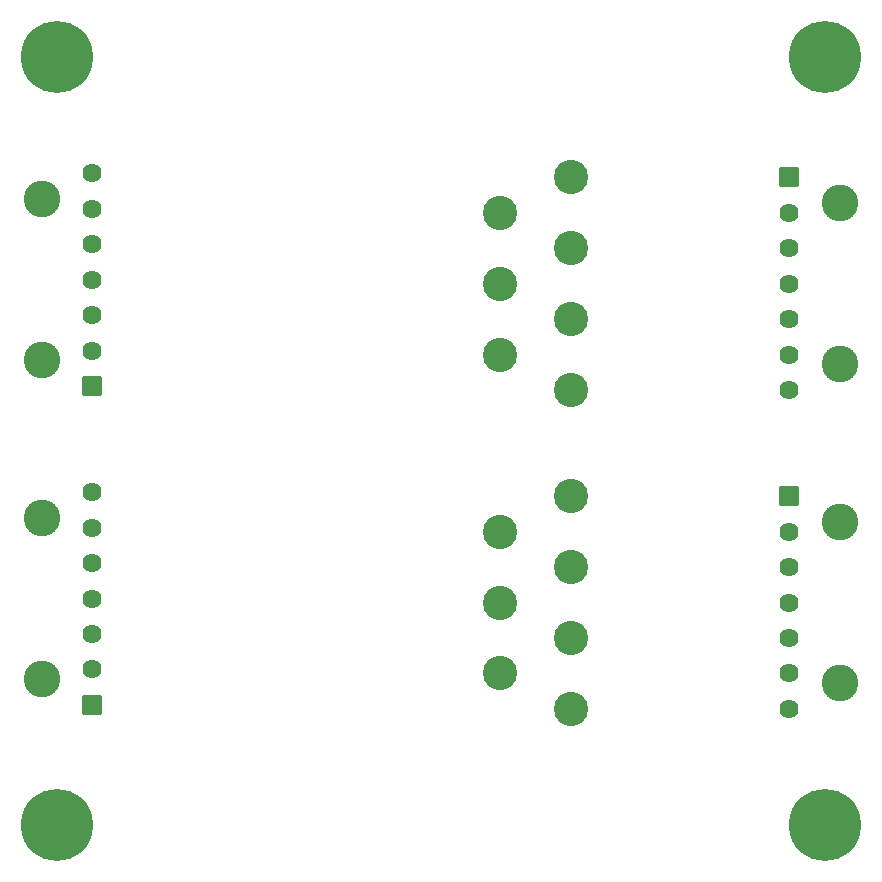
<source format=gbr>
%TF.GenerationSoftware,KiCad,Pcbnew,(6.0.7)*%
%TF.CreationDate,2023-01-31T19:11:19-06:00*%
%TF.ProjectId,BPS_Scrutineering,4250535f-5363-4727-9574-696e65657269,rev?*%
%TF.SameCoordinates,Original*%
%TF.FileFunction,Soldermask,Bot*%
%TF.FilePolarity,Negative*%
%FSLAX46Y46*%
G04 Gerber Fmt 4.6, Leading zero omitted, Abs format (unit mm)*
G04 Created by KiCad (PCBNEW (6.0.7)) date 2023-01-31 19:11:19*
%MOMM*%
%LPD*%
G01*
G04 APERTURE LIST*
G04 Aperture macros list*
%AMRoundRect*
0 Rectangle with rounded corners*
0 $1 Rounding radius*
0 $2 $3 $4 $5 $6 $7 $8 $9 X,Y pos of 4 corners*
0 Add a 4 corners polygon primitive as box body*
4,1,4,$2,$3,$4,$5,$6,$7,$8,$9,$2,$3,0*
0 Add four circle primitives for the rounded corners*
1,1,$1+$1,$2,$3*
1,1,$1+$1,$4,$5*
1,1,$1+$1,$6,$7*
1,1,$1+$1,$8,$9*
0 Add four rect primitives between the rounded corners*
20,1,$1+$1,$2,$3,$4,$5,0*
20,1,$1+$1,$4,$5,$6,$7,0*
20,1,$1+$1,$6,$7,$8,$9,0*
20,1,$1+$1,$8,$9,$2,$3,0*%
G04 Aperture macros list end*
%ADD10C,3.100000*%
%ADD11C,1.620000*%
%ADD12RoundRect,0.050000X-0.760000X0.760000X-0.760000X-0.760000X0.760000X-0.760000X0.760000X0.760000X0*%
%ADD13RoundRect,0.050000X0.760000X-0.760000X0.760000X0.760000X-0.760000X0.760000X-0.760000X-0.760000X0*%
%ADD14C,2.900000*%
%ADD15C,6.100000*%
G04 APERTURE END LIST*
D10*
%TO.C,JC1*%
X82740600Y-86387250D03*
X82740600Y-100067250D03*
D11*
X87040600Y-84227250D03*
X87040600Y-87227250D03*
X87040600Y-90227250D03*
X87040600Y-93227250D03*
X87040600Y-96227250D03*
X87040600Y-99227250D03*
D12*
X87040600Y-102227250D03*
%TD*%
D10*
%TO.C,JC2*%
X150340600Y-86730750D03*
X150340600Y-100410750D03*
D11*
X146040600Y-102570750D03*
X146040600Y-99570750D03*
X146040600Y-96570750D03*
X146040600Y-93570750D03*
X146040600Y-90570750D03*
X146040600Y-87570750D03*
D13*
X146040600Y-84570750D03*
%TD*%
D10*
%TO.C,JC4*%
X150340600Y-113730750D03*
X150340600Y-127410750D03*
D11*
X146040600Y-129570750D03*
X146040600Y-126570750D03*
X146040600Y-123570750D03*
X146040600Y-120570750D03*
X146040600Y-117570750D03*
X146040600Y-114570750D03*
D13*
X146040600Y-111570750D03*
%TD*%
D14*
%TO.C,TP8*%
X127563200Y-111570750D03*
%TD*%
%TO.C,TP14*%
X127563200Y-129570750D03*
%TD*%
D10*
%TO.C,JC3*%
X82740600Y-113387250D03*
X82740600Y-127067250D03*
D11*
X87040600Y-111227250D03*
X87040600Y-114227250D03*
X87040600Y-117227250D03*
X87040600Y-120227250D03*
X87040600Y-123227250D03*
X87040600Y-126227250D03*
D12*
X87040600Y-129227250D03*
%TD*%
D14*
%TO.C,TP9*%
X121563200Y-114570750D03*
%TD*%
%TO.C,TP13*%
X121563200Y-126570750D03*
%TD*%
D15*
%TO.C,H2*%
X149040600Y-139399000D03*
%TD*%
D14*
%TO.C,TP6*%
X121563200Y-99570750D03*
%TD*%
D15*
%TO.C,H3*%
X149040600Y-74399000D03*
%TD*%
D14*
%TO.C,TP12*%
X127563200Y-123570750D03*
%TD*%
%TO.C,TP7*%
X127563200Y-102570750D03*
%TD*%
%TO.C,TP3*%
X127563200Y-90570750D03*
%TD*%
%TO.C,TP11*%
X121563200Y-120570750D03*
%TD*%
D15*
%TO.C,H4*%
X84040600Y-74399000D03*
%TD*%
%TO.C,H1*%
X84040600Y-139399000D03*
%TD*%
D14*
%TO.C,TP2*%
X121563200Y-87570750D03*
%TD*%
%TO.C,TP4*%
X121563200Y-93570750D03*
%TD*%
%TO.C,TP10*%
X127563200Y-117570750D03*
%TD*%
%TO.C,TP5*%
X127563200Y-96570750D03*
%TD*%
%TO.C,TP1*%
X127563200Y-84570750D03*
%TD*%
M02*

</source>
